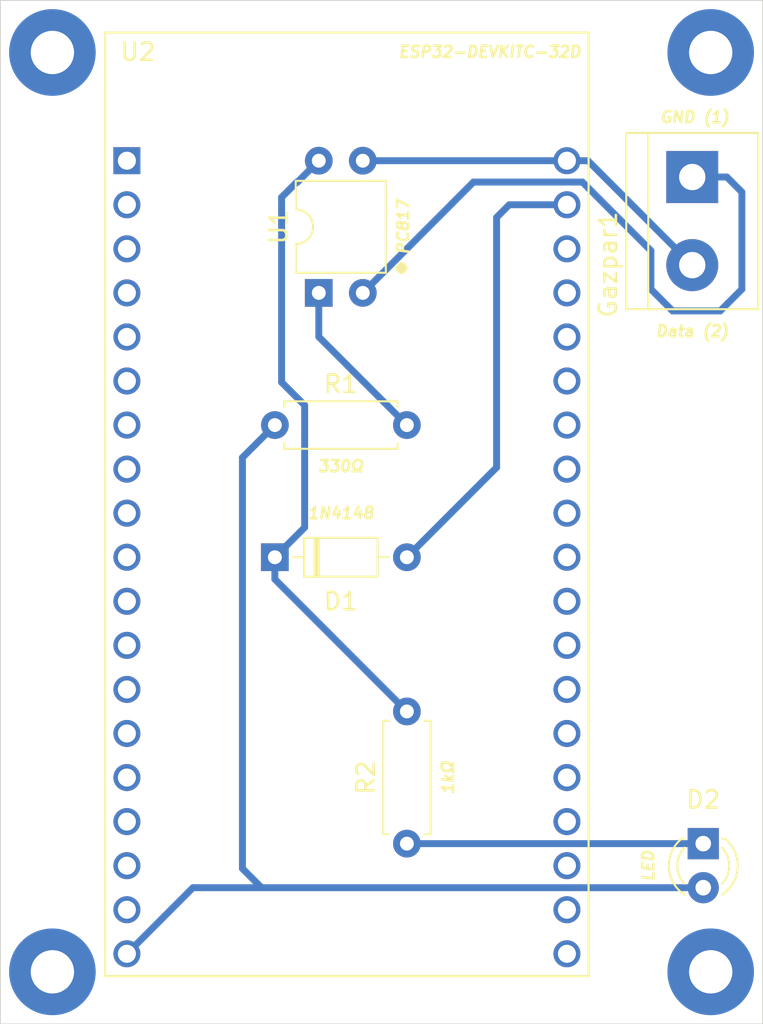
<source format=kicad_pcb>
(kicad_pcb (version 20211014) (generator pcbnew)
  (layers (0 "F.Cu" signal) (31 "B.Cu" signal) (34 "B.Paste" user) (35 "F.Paste" user) (36 "B.SilkS" user "B.Silkscreen") (37 "F.SilkS" user "F.Silkscreen") (38 "B.Mask" user) (39 "F.Mask" user) (44 "Edge.Cuts" user))
  (net 0 "")
  (net 1 "Net-(R1-Pad2)")
  (net 2 "Net-(D2-Pad1)")
  (net 3 "Net-(D1-Pad1)")
  (net 4 "Net-(Gazpar1-Pad1)")
  (net 5 "Net-(D1-Pad2)")
  (net 10 "Net-(D2-Pad2)")
  (net 11 "Net-(Gazpar1-Pad2)")
  (footprint "LED_THT:LED_D3.0mm" (layer "F.Cu") (at 190.57 89.61 -90)
    (fp_text reference "D2" (at -2.535 0) (layer "F.SilkS"))
    (fp_text value "LED" (at 1.275 3.175 90) (layer "F.SilkS") (effects (font (size 0.65 0.65) (thickness 0.15) italic)))
    (fp_line (start -0.29 -1.236) (end -0.29 -1.08) (layer "F.SilkS") (width 0.12))
    (fp_line (start -0.29 1.08) (end -0.29 1.236) (layer "F.SilkS") (width 0.12))
    (fp_arc (start -0.29 -1.235516) (mid 1.366487 -1.987659) (end 2.942335 -1.078608) (layer "F.SilkS") (width 0.12))
    (fp_arc (start 2.942335 1.078608) (mid 1.366487 1.987659) (end -0.29 1.235516) (layer "F.SilkS") (width 0.12))
    (fp_arc (start 0.229039 -1.08) (mid 1.270117 -1.5) (end 2.31113 -1.079837) (layer "F.SilkS") (width 0.12))
    (fp_arc (start 2.31113 1.079837) (mid 1.270117 1.5) (end 0.229039 1.08) (layer "F.SilkS") (width 0.12))
    (pad "1" thru_hole rect (at 0 0 270) (size 1.8 1.8) (drill 0.9) (layers *.Cu *.Mask) (net 2 "Net-(D2-Pad1)"))
    (pad "2" thru_hole circle (at 2.54 0 270) (size 1.8 1.8) (drill 0.9) (layers *.Cu *.Mask) (net 10 "Net-(D2-Pad2)"))
  )
  (footprint "Diode_THT:D_DO-35_SOD27_P7.62mm_Horizontal" (layer "F.Cu") (at 165.8425 73.1)
    (fp_text reference "D1" (at 3.81 2.54) (layer "F.SilkS"))
    (fp_text value "1N4148" (at 3.81 -2.54) (layer "F.SilkS") (effects (font (size 0.65 0.65) (thickness 0.15) italic)))
    (fp_line (start 5.93 -1.12) (end 1.69 -1.12) (layer "F.SilkS") (width 0.12))
    (fp_line (start 2.41 -1.12) (end 2.41 1.12) (layer "F.SilkS") (width 0.12))
    (fp_line (start 6.58 0) (end 5.93 0) (layer "F.SilkS") (width 0.12))
    (fp_line (start 1.69 -1.12) (end 1.69 1.12) (layer "F.SilkS") (width 0.12))
    (fp_line (start 1.69 1.12) (end 5.93 1.12) (layer "F.SilkS") (width 0.12))
    (fp_line (start 5.93 1.12) (end 5.93 -1.12) (layer "F.SilkS") (width 0.12))
    (fp_line (start 1.04 0) (end 1.69 0) (layer "F.SilkS") (width 0.12))
    (fp_line (start 2.29 -1.12) (end 2.29 1.12) (layer "F.SilkS") (width 0.12))
    (fp_line (start 2.53 -1.12) (end 2.53 1.12) (layer "F.SilkS") (width 0.12))
    (pad "1" thru_hole rect (at 0 0) (size 1.6 1.6) (drill 0.8) (layers *.Cu *.Mask) (net 3 "Net-(D1-Pad1)"))
    (pad "2" thru_hole oval (at 7.62 0) (size 1.6 1.6) (drill 0.8) (layers *.Cu *.Mask) (net 5 "Net-(D1-Pad2)"))
  )
  (footprint "ESP32-DEVKITC-32D:MODULE_ESP32-DEVKITC-32D" (layer "F.Cu") (at 170 70)
    (fp_text reference "U2" (at -12.065 -26.035) (layer "F.SilkS") (effects (font (size 1.000386 1.000386))))
    (fp_text value "ESP32-DEVKITC-32D" (at 8.255 -26.035) (layer "F.SilkS") (effects (font (size 0.65 0.65) (thickness 0.15) italic)))
    (fp_line (start -13.95 -27.15) (end 13.95 -27.15) (layer "F.SilkS") (width 0.127))
    (fp_line (start -13.95 27.25) (end -13.95 -27.15) (layer "F.SilkS") (width 0.127))
    (fp_line (start 13.95 27.25) (end -13.95 27.25) (layer "F.SilkS") (width 0.127))
    (fp_line (start 13.95 -27.15) (end 13.95 27.25) (layer "F.SilkS") (width 0.127))
    (pad "1" thru_hole rect locked (at -12.7 -19.76) (size 1.56 1.56) (drill 1.04) (layers *.Cu *.Mask))
    (pad "2" thru_hole circle locked (at -12.7 -17.22) (size 1.56 1.56) (drill 1.04) (layers *.Cu *.Mask))
    (pad "3" thru_hole circle locked (at -12.7 -14.68) (size 1.56 1.56) (drill 1.04) (layers *.Cu *.Mask))
    (pad "4" thru_hole circle locked (at -12.7 -12.14) (size 1.56 1.56) (drill 1.04) (layers *.Cu *.Mask))
    (pad "5" thru_hole circle locked (at -12.7 -9.6) (size 1.56 1.56) (drill 1.04) (layers *.Cu *.Mask))
    (pad "6" thru_hole circle locked (at -12.7 -7.06) (size 1.56 1.56) (drill 1.04) (layers *.Cu *.Mask))
    (pad "7" thru_hole circle locked (at -12.7 -4.52) (size 1.56 1.56) (drill 1.04) (layers *.Cu *.Mask))
    (pad "8" thru_hole circle locked (at -12.7 -1.98) (size 1.56 1.56) (drill 1.04) (layers *.Cu *.Mask))
    (pad "9" thru_hole circle locked (at -12.7 0.56) (size 1.56 1.56) (drill 1.04) (layers *.Cu *.Mask))
    (pad "10" thru_hole circle locked (at -12.7 3.1) (size 1.56 1.56) (drill 1.04) (layers *.Cu *.Mask))
    (pad "11" thru_hole circle locked (at -12.7 5.64) (size 1.56 1.56) (drill 1.04) (layers *.Cu *.Mask))
    (pad "12" thru_hole circle locked (at -12.7 8.18) (size 1.56 1.56) (drill 1.04) (layers *.Cu *.Mask))
    (pad "13" thru_hole circle locked (at -12.7 10.72) (size 1.56 1.56) (drill 1.04) (layers *.Cu *.Mask))
    (pad "14" thru_hole circle locked (at -12.7 13.26) (size 1.56 1.56) (drill 1.04) (layers *.Cu *.Mask))
    (pad "15" thru_hole circle locked (at -12.7 15.8) (size 1.56 1.56) (drill 1.04) (layers *.Cu *.Mask))
    (pad "16" thru_hole circle locked (at -12.7 18.34) (size 1.56 1.56) (drill 1.04) (layers *.Cu *.Mask))
    (pad "17" thru_hole circle locked (at -12.7 20.88) (size 1.56 1.56) (drill 1.04) (layers *.Cu *.Mask))
    (pad "18" thru_hole circle locked (at -12.7 23.42) (size 1.56 1.56) (drill 1.04) (layers *.Cu *.Mask))
    (pad "19" thru_hole circle locked (at -12.7 25.96) (size 1.56 1.56) (drill 1.04) (layers *.Cu *.Mask) (net 10 "Net-(D2-Pad2)"))
    (pad "20" thru_hole circle locked (at 12.7 -19.76) (size 1.56 1.56) (drill 1.04) (layers *.Cu *.Mask) (net 11 "Net-(Gazpar1-Pad2)"))
    (pad "21" thru_hole circle locked (at 12.7 -17.22) (size 1.56 1.56) (drill 1.04) (layers *.Cu *.Mask) (net 5 "Net-(D1-Pad2)"))
    (pad "22" thru_hole circle locked (at 12.7 -14.68) (size 1.56 1.56) (drill 1.04) (layers *.Cu *.Mask))
    (pad "23" thru_hole circle locked (at 12.7 -12.14) (size 1.56 1.56) (drill 1.04) (layers *.Cu *.Mask))
    (pad "24" thru_hole circle locked (at 12.7 -9.6) (size 1.56 1.56) (drill 1.04) (layers *.Cu *.Mask))
    (pad "25" thru_hole circle locked (at 12.7 -7.06) (size 1.56 1.56) (drill 1.04) (layers *.Cu *.Mask))
    (pad "26" thru_hole circle locked (at 12.7 -4.52) (size 1.56 1.56) (drill 1.04) (layers *.Cu *.Mask))
    (pad "27" thru_hole circle locked (at 12.7 -1.98) (size 1.56 1.56) (drill 1.04) (layers *.Cu *.Mask))
    (pad "28" thru_hole circle locked (at 12.7 0.56) (size 1.56 1.56) (drill 1.04) (layers *.Cu *.Mask))
    (pad "29" thru_hole circle locked (at 12.7 3.1) (size 1.56 1.56) (drill 1.04) (layers *.Cu *.Mask))
    (pad "30" thru_hole circle locked (at 12.7 5.64) (size 1.56 1.56) (drill 1.04) (layers *.Cu *.Mask))
    (pad "31" thru_hole circle locked (at 12.7 8.18) (size 1.56 1.56) (drill 1.04) (layers *.Cu *.Mask))
    (pad "32" thru_hole circle locked (at 12.7 10.72) (size 1.56 1.56) (drill 1.04) (layers *.Cu *.Mask))
    (pad "33" thru_hole circle locked (at 12.7 13.26) (size 1.56 1.56) (drill 1.04) (layers *.Cu *.Mask))
    (pad "34" thru_hole circle locked (at 12.7 15.8) (size 1.56 1.56) (drill 1.04) (layers *.Cu *.Mask))
    (pad "35" thru_hole circle locked (at 12.7 18.34) (size 1.56 1.56) (drill 1.04) (layers *.Cu *.Mask))
    (pad "36" thru_hole circle locked (at 12.7 20.88) (size 1.56 1.56) (drill 1.04) (layers *.Cu *.Mask))
    (pad "37" thru_hole circle locked (at 12.7 23.42) (size 1.56 1.56) (drill 1.04) (layers *.Cu *.Mask))
    (pad "38" thru_hole circle locked (at 12.7 25.96) (size 1.56 1.56) (drill 1.04) (layers *.Cu *.Mask))
  )
  (footprint "Resistor_THT:R_Axial_DIN0207_L6.3mm_D2.5mm_P7.62mm_Horizontal" (layer "F.Cu") (at 165.8425 65.48)
    (fp_text reference "R1" (at 3.81 -2.37) (layer "F.SilkS"))
    (fp_text value "330Ω" (at 3.81 2.37) (layer "F.SilkS") (effects (font (size 0.65 0.65) (thickness 0.15) italic)))
    (fp_line (start 0.54 -1.37) (end 7.08 -1.37) (layer "F.SilkS") (width 0.12))
    (fp_line (start 0.54 -1.04) (end 0.54 -1.37) (layer "F.SilkS") (width 0.12))
    (fp_line (start 0.54 1.37) (end 7.08 1.37) (layer "F.SilkS") (width 0.12))
    (fp_line (start 7.08 1.37) (end 7.08 1.04) (layer "F.SilkS") (width 0.12))
    (fp_line (start 0.54 1.04) (end 0.54 1.37) (layer "F.SilkS") (width 0.12))
    (fp_line (start 7.08 -1.37) (end 7.08 -1.04) (layer "F.SilkS") (width 0.12))
    (pad "1" thru_hole circle (at 0 0) (size 1.6 1.6) (drill 0.8) (layers *.Cu *.Mask) (net 10 "Net-(D2-Pad2)"))
    (pad "2" thru_hole oval (at 7.62 0) (size 1.6 1.6) (drill 0.8) (layers *.Cu *.Mask) (net 1 "Net-(R1-Pad2)"))
  )
  (footprint "Package_DIP:DIP-4_W7.62mm" (layer "F.Cu") (at 168.3775 57.86 90)
    (fp_text reference "U1" (at 3.81 -2.33 90) (layer "F.SilkS"))
    (fp_text value "PC817" (at 3.81 4.87 90) (layer "F.SilkS") (effects (font (size 0.65 0.65) (thickness 0.15) italic)))
    (fp_line (start 6.46 3.87) (end 6.46 -1.33) (layer "F.SilkS") (width 0.12))
    (fp_line (start 1.16 -1.33) (end 1.16 3.87) (layer "F.SilkS") (width 0.12))
    (fp_line (start 6.46 -1.33) (end 4.81 -1.33) (layer "F.SilkS") (width 0.12))
    (fp_line (start 2.81 -1.33) (end 1.16 -1.33) (layer "F.SilkS") (width 0.12))
    (fp_line (start 1.16 3.87) (end 6.46 3.87) (layer "F.SilkS") (width 0.12))
    (fp_arc (start 4.81 -1.33) (mid 3.81 -0.33) (end 2.81 -1.33) (layer "F.SilkS") (width 0.12))
    (pad "1" thru_hole rect (at 0 0 90) (size 1.6 1.6) (drill 0.8) (layers *.Cu *.Mask) (net 1 "Net-(R1-Pad2)"))
    (pad "2" thru_hole oval (at 0 2.54 90) (size 1.6 1.6) (drill 0.8) (layers *.Cu *.Mask) (net 4 "Net-(Gazpar1-Pad1)"))
    (pad "3" thru_hole oval (at 7.62 2.54 90) (size 1.6 1.6) (drill 0.8) (layers *.Cu *.Mask) (net 11 "Net-(Gazpar1-Pad2)"))
    (pad "4" thru_hole oval (at 7.62 0 90) (size 1.6 1.6) (drill 0.8) (layers *.Cu *.Mask) (net 3 "Net-(D1-Pad1)"))
  )
  (footprint "TerminalBlock:TerminalBlock_bornier-2_P5.08mm" (layer "F.Cu") (at 189.935 51.18 -90)
    (fp_text reference "Gazpar1" (at 5.05 4.865 90) (layer "F.SilkS"))
    (fp_text value "G-")
    (fp_line (start 7.62 -3.81) (end -2.54 -3.81) (layer "F.SilkS") (width 0.12))
    (fp_line (start -2.54 -3.81) (end -2.54 3.81) (layer "F.SilkS") (width 0.12))
    (fp_line (start 7.62 2.54) (end -2.54 2.54) (layer "F.SilkS") (width 0.12))
    (fp_line (start -2.54 3.81) (end 7.62 3.81) (layer "F.SilkS") (width 0.12))
    (fp_line (start 7.62 3.81) (end 7.62 -3.81) (layer "F.SilkS") (width 0.12))
    (pad "1" thru_hole rect (at 0 0 270) (size 3 3) (drill 1.52) (layers *.Cu *.Mask) (net 4 "Net-(Gazpar1-Pad1)"))
    (pad "2" thru_hole circle (at 5.08 0 270) (size 3 3) (drill 1.52) (layers *.Cu *.Mask) (net 11 "Net-(Gazpar1-Pad2)"))
  )
  (footprint "Resistor_THT:R_Axial_DIN0207_L6.3mm_D2.5mm_P7.62mm_Horizontal" (layer "F.Cu") (at 173.4625 89.61 90)
    (fp_text reference "R2" (at 3.81 -2.37 90) (layer "F.SilkS"))
    (fp_text value "1kΩ" (at 3.81 2.37 90) (layer "F.SilkS") (effects (font (size 0.65 0.65) (thickness 0.15) italic)))
    (fp_line (start 7.08 -1.37) (end 7.08 -1.04) (layer "F.SilkS") (width 0.12))
    (fp_line (start 7.08 1.37) (end 7.08 1.04) (layer "F.SilkS") (width 0.12))
    (fp_line (start 0.54 -1.04) (end 0.54 -1.37) (layer "F.SilkS") (width 0.12))
    (fp_line (start 0.54 1.37) (end 7.08 1.37) (layer "F.SilkS") (width 0.12))
    (fp_line (start 0.54 -1.37) (end 7.08 -1.37) (layer "F.SilkS") (width 0.12))
    (fp_line (start 0.54 1.04) (end 0.54 1.37) (layer "F.SilkS") (width 0.12))
    (pad "1" thru_hole circle (at 0 0 90) (size 1.6 1.6) (drill 0.8) (layers *.Cu *.Mask) (net 2 "Net-(D2-Pad1)"))
    (pad "2" thru_hole oval (at 7.62 0 90) (size 1.6 1.6) (drill 0.8) (layers *.Cu *.Mask) (net 3 "Net-(D1-Pad1)"))
  )
  (footprint "MountingHole:MountingHole_2.5mm_Pad_TopOnly" (layer "B.Cu") (at 191 97 180)
    (fp_text reference "H2" hide)
    (fp_text value "MountingHole_2.5mm_Pad_TopOnly" hide)
    (pad "1" thru_hole circle (at 0 0 180) (size 2.9 2.9) (drill 2.5) (layers *.Cu *.Mask))
    (pad "1" connect circle (at 0 0 180) (size 5 5) (layers "B.Cu" "B.Mask"))
  )
  (footprint "MountingHole:MountingHole_2.5mm_Pad_TopOnly" (layer "B.Cu") (at 191 44 180)
    (fp_text reference "H3" hide)
    (fp_text value "MountingHole_2.5mm_Pad_TopOnly" hide)
    (pad "1" connect circle (at 0 0 180) (size 5 5) (layers "B.Cu" "B.Mask"))
    (pad "1" thru_hole circle (at 0 0 180) (size 2.9 2.9) (drill 2.5) (layers *.Cu *.Mask))
  )
  (footprint "MountingHole:MountingHole_2.5mm_Pad_TopOnly" (layer "B.Cu") (at 153 44 180)
    (fp_text reference "H4" hide)
    (fp_text value "MountingHole_2.5mm_Pad_TopOnly" hide)
    (pad "1" thru_hole circle (at 0 0 180) (size 2.9 2.9) (drill 2.5) (layers *.Cu *.Mask))
    (pad "1" connect circle (at 0 0 180) (size 5 5) (layers "B.Cu" "B.Mask"))
  )
  (footprint "MountingHole:MountingHole_2.5mm_Pad_TopOnly" (layer "B.Cu") (at 153 97 180)
    (fp_text reference "H1" hide)
    (fp_text value "MountingHole_2.5mm_Pad_TopOnly" hide)
    (pad "1" thru_hole circle (at 0 0 180) (size 2.9 2.9) (drill 2.5) (layers *.Cu *.Mask))
    (pad "1" connect circle (at 0 0 180) (size 5 5) (layers "B.Cu" "B.Mask"))
  )
  (gr_line locked (start 150 41) (end 150 100) (layer "Edge.Cuts") (width 0.05))
  (gr_line locked (start 150 41) (end 194 41) (layer "Edge.Cuts") (width 0.05))
  (gr_line locked (start 194 41) (end 194 100) (layer "Edge.Cuts") (width 0.05))
  (gr_line (start 150 100) (end 194 100) (layer "Edge.Cuts") (width 0.05))
  (gr_text "Data (2)" (at 189.935 60.07) (layer "F.SilkS") (effects (font (size 0.65 0.65) (thickness 0.15) italic)))
  (gr_text "." (at 173.155 55.625) (layer "F.SilkS") (effects (font (size 2 2) (thickness 0.5)) (justify mirror)))
  (gr_text "GND (1)" (at 190.09 47.73) (layer "F.SilkS") (effects (font (size 0.65 0.65) (thickness 0.15) italic)))
  (segment (start 168.3775 57.86) (end 168.3775 60.395) (width 0.4) (layer "B.Cu") (net 1))
  (segment (start 168.3775 60.395) (end 173.4625 65.48) (width 0.4) (layer "B.Cu") (net 1))
  (segment (start 190.57 89.61) (end 173.4625 89.61) (width 0.4) (layer "B.Cu") (net 2))
  (segment (start 167.56 64.34) (end 166.23 63.01) (width 0.4) (layer "B.Cu") (net 3))
  (segment (start 167.1275 51.49) (end 168.3775 50.24) (width 0.4) (layer "B.Cu") (net 3))
  (segment (start 165.8425 73.1) (end 167.56 71.3825) (width 0.4) (layer "B.Cu") (net 3))
  (segment (start 166.23 63.01) (end 166.23 52.35) (width 0.4) (layer "B.Cu") (net 3))
  (segment (start 165.8425 73.1) (end 165.8425 74.37) (width 0.4) (layer "B.Cu") (net 3))
  (segment (start 167.56 71.3825) (end 167.56 64.34) (width 0.4) (layer "B.Cu") (net 3))
  (segment (start 167.09 51.49) (end 167.1275 51.49) (width 0.4) (layer "B.Cu") (net 3))
  (segment (start 165.8425 74.37) (end 173.4625 81.99) (width 0.4) (layer "B.Cu") (net 3))
  (segment (start 166.23 52.35) (end 167.09 51.49) (width 0.4) (layer "B.Cu") (net 3))
  (segment (start 187.55 55.425) (end 187.55 57.65) (width 0.4) (layer "B.Cu") (net 4))
  (segment (start 191.93 51.18) (end 189.935 51.18) (width 0.4) (layer "B.Cu") (net 4))
  (segment (start 177.305 51.47) (end 183.595 51.47) (width 0.4) (layer "B.Cu") (net 4))
  (segment (start 187.55 57.65) (end 188.8 58.9) (width 0.4) (layer "B.Cu") (net 4))
  (segment (start 176.0825 52.695) (end 176.0825 52.6925) (width 0.4) (layer "B.Cu") (net 4))
  (segment (start 176.0825 52.6925) (end 177.305 51.47) (width 0.4) (layer "B.Cu") (net 4))
  (segment (start 183.595 51.47) (end 187.55 55.425) (width 0.4) (layer "B.Cu") (net 4))
  (segment (start 191.55 58.9) (end 192.8 57.65) (width 0.4) (layer "B.Cu") (net 4))
  (segment (start 170.9175 57.86) (end 176.0825 52.695) (width 0.4) (layer "B.Cu") (net 4))
  (segment (start 188.8 58.9) (end 191.55 58.9) (width 0.4) (layer "B.Cu") (net 4))
  (segment (start 192.8 52.05) (end 191.93 51.18) (width 0.4) (layer "B.Cu") (net 4))
  (segment (start 192.8 57.65) (end 192.8 52.05) (width 0.4) (layer "B.Cu") (net 4))
  (segment (start 173.4625 73.1) (end 178.64 67.9225) (width 0.4) (layer "B.Cu") (net 5))
  (segment (start 178.64 53.51) (end 179.37 52.78) (width 0.4) (layer "B.Cu") (net 5))
  (segment (start 179.37 52.78) (end 182.7 52.78) (width 0.4) (layer "B.Cu") (net 5))
  (segment (start 178.64 67.9225) (end 178.64 53.51) (width 0.4) (layer "B.Cu") (net 5))
  (segment (start 165.07 92.15) (end 161.11 92.15) (width 0.4) (layer "B.Cu") (net 10))
  (segment (start 163.97 67.3525) (end 163.97 91.05) (width 0.4) (layer "B.Cu") (net 10))
  (segment (start 165.8425 65.48) (end 163.97 67.3525) (width 0.4) (layer "B.Cu") (net 10))
  (segment (start 163.97 91.05) (end 165.07 92.15) (width 0.4) (layer "B.Cu") (net 10))
  (segment (start 161.11 92.15) (end 157.3 95.96) (width 0.4) (layer "B.Cu") (net 10))
  (segment (start 165.07 92.15) (end 190.57 92.15) (width 0.4) (layer "B.Cu") (net 10))
  (segment (start 183.915 50.24) (end 189.935 56.26) (width 0.4) (layer "B.Cu") (net 11))
  (segment (start 170.9175 50.24) (end 182.7 50.24) (width 0.4) (layer "B.Cu") (net 11))
  (segment (start 182.7 50.24) (end 183.915 50.24) (width 0.4) (layer "B.Cu") (net 11))
)
</source>
